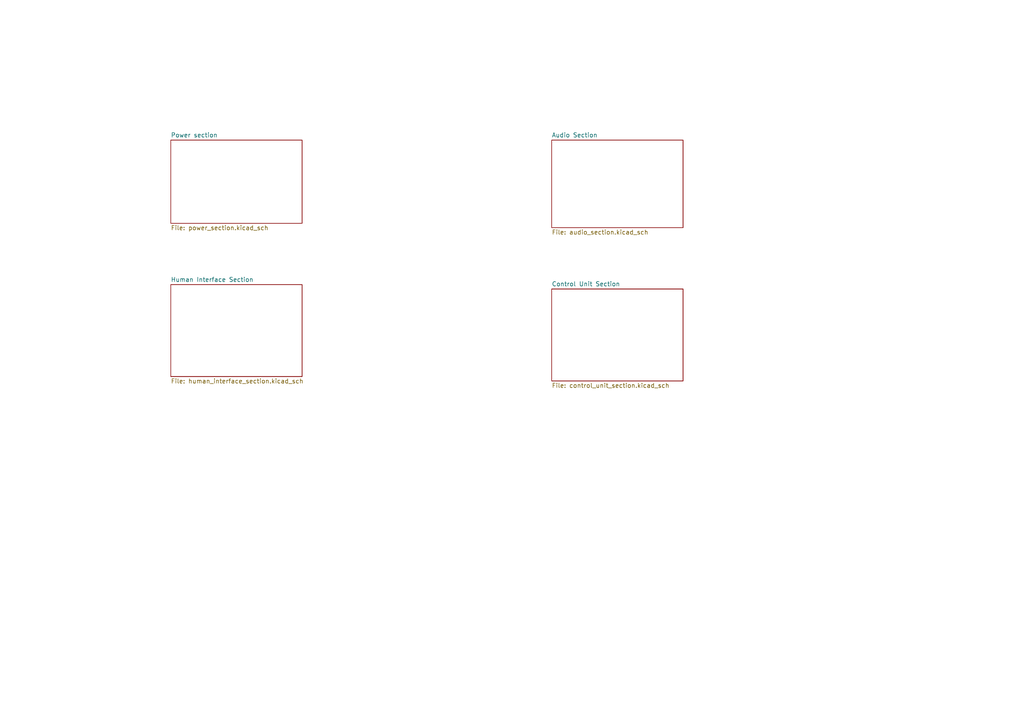
<source format=kicad_sch>
(kicad_sch
	(version 20250114)
	(generator "eeschema")
	(generator_version "9.0")
	(uuid "ba6f8fdb-f4fe-4618-8996-8010efc6ab22")
	(paper "A4")
	(lib_symbols)
	(sheet
		(at 160.02 40.64)
		(size 38.1 25.4)
		(exclude_from_sim no)
		(in_bom yes)
		(on_board yes)
		(dnp no)
		(fields_autoplaced yes)
		(stroke
			(width 0.1524)
			(type solid)
		)
		(fill
			(color 0 0 0 0.0000)
		)
		(uuid "1cc4485c-21de-4da4-8687-5322240d5e0f")
		(property "Sheetname" "Audio Section"
			(at 160.02 39.9284 0)
			(effects
				(font
					(size 1.27 1.27)
				)
				(justify left bottom)
			)
		)
		(property "Sheetfile" "audio_section.kicad_sch"
			(at 160.02 66.6246 0)
			(effects
				(font
					(size 1.27 1.27)
				)
				(justify left top)
			)
		)
		(instances
			(project "pyheld_pcb"
				(path "/ba6f8fdb-f4fe-4618-8996-8010efc6ab22"
					(page "4")
				)
			)
		)
	)
	(sheet
		(at 160.02 83.82)
		(size 38.1 26.67)
		(exclude_from_sim no)
		(in_bom yes)
		(on_board yes)
		(dnp no)
		(fields_autoplaced yes)
		(stroke
			(width 0.1524)
			(type solid)
		)
		(fill
			(color 0 0 0 0.0000)
		)
		(uuid "3af38107-ae62-442b-80c2-920f7d10f831")
		(property "Sheetname" "Control Unit Section"
			(at 160.02 83.1084 0)
			(effects
				(font
					(size 1.27 1.27)
				)
				(justify left bottom)
			)
		)
		(property "Sheetfile" "control_unit_section.kicad_sch"
			(at 160.02 111.0746 0)
			(effects
				(font
					(size 1.27 1.27)
				)
				(justify left top)
			)
		)
		(instances
			(project "pyheld_pcb"
				(path "/ba6f8fdb-f4fe-4618-8996-8010efc6ab22"
					(page "5")
				)
			)
		)
	)
	(sheet
		(at 49.53 40.64)
		(size 38.1 24.13)
		(exclude_from_sim no)
		(in_bom yes)
		(on_board yes)
		(dnp no)
		(fields_autoplaced yes)
		(stroke
			(width 0.1524)
			(type solid)
		)
		(fill
			(color 0 0 0 0.0000)
		)
		(uuid "8e77bdff-0a46-47f6-a74e-809a346ab3b1")
		(property "Sheetname" "Power section"
			(at 49.53 39.9284 0)
			(effects
				(font
					(size 1.27 1.27)
				)
				(justify left bottom)
			)
		)
		(property "Sheetfile" "power_section.kicad_sch"
			(at 49.53 65.3546 0)
			(effects
				(font
					(size 1.27 1.27)
				)
				(justify left top)
			)
		)
		(instances
			(project "pyheld_pcb"
				(path "/ba6f8fdb-f4fe-4618-8996-8010efc6ab22"
					(page "2")
				)
			)
		)
	)
	(sheet
		(at 49.53 82.55)
		(size 38.1 26.67)
		(exclude_from_sim no)
		(in_bom yes)
		(on_board yes)
		(dnp no)
		(fields_autoplaced yes)
		(stroke
			(width 0.1524)
			(type solid)
		)
		(fill
			(color 0 0 0 0.0000)
		)
		(uuid "c186da3b-6837-408c-8635-87d94221f602")
		(property "Sheetname" "Human Interface Section"
			(at 49.53 81.8384 0)
			(effects
				(font
					(size 1.27 1.27)
				)
				(justify left bottom)
			)
		)
		(property "Sheetfile" "human_interface_section.kicad_sch"
			(at 49.53 109.8046 0)
			(effects
				(font
					(size 1.27 1.27)
				)
				(justify left top)
			)
		)
		(instances
			(project "pyheld_pcb"
				(path "/ba6f8fdb-f4fe-4618-8996-8010efc6ab22"
					(page "3")
				)
			)
		)
	)
	(sheet_instances
		(path "/"
			(page "1")
		)
	)
	(embedded_fonts no)
)

</source>
